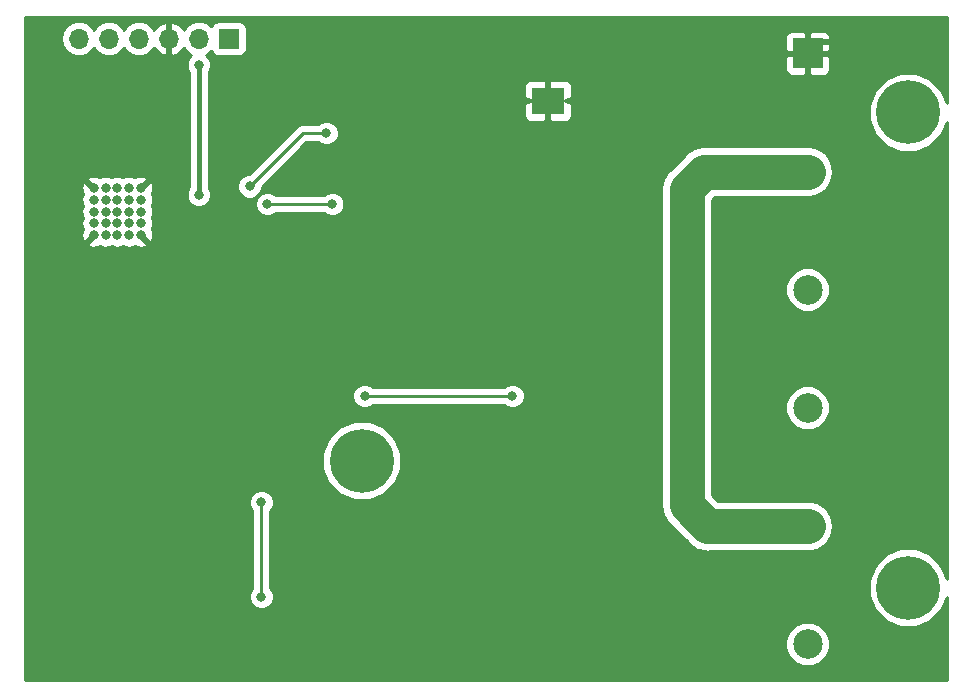
<source format=gbr>
G04 #@! TF.GenerationSoftware,KiCad,Pcbnew,(5.0.1)-3*
G04 #@! TF.CreationDate,2018-11-25T21:54:18-05:00*
G04 #@! TF.ProjectId,ESP32 Windlass,45535033322057696E646C6173732E6B,rev?*
G04 #@! TF.SameCoordinates,Original*
G04 #@! TF.FileFunction,Copper,L2,Bot,Signal*
G04 #@! TF.FilePolarity,Positive*
%FSLAX46Y46*%
G04 Gerber Fmt 4.6, Leading zero omitted, Abs format (unit mm)*
G04 Created by KiCad (PCBNEW (5.0.1)-3) date 11/25/2018 9:54:18 PM*
%MOMM*%
%LPD*%
G01*
G04 APERTURE LIST*
G04 #@! TA.AperFunction,ComponentPad*
%ADD10C,1.524000*%
G04 #@! TD*
G04 #@! TA.AperFunction,ComponentPad*
%ADD11R,2.500000X2.500000*%
G04 #@! TD*
G04 #@! TA.AperFunction,ComponentPad*
%ADD12C,2.500000*%
G04 #@! TD*
G04 #@! TA.AperFunction,ComponentPad*
%ADD13R,1.700000X1.700000*%
G04 #@! TD*
G04 #@! TA.AperFunction,ComponentPad*
%ADD14O,1.700000X1.700000*%
G04 #@! TD*
G04 #@! TA.AperFunction,ComponentPad*
%ADD15C,0.800000*%
G04 #@! TD*
G04 #@! TA.AperFunction,ComponentPad*
%ADD16C,0.600000*%
G04 #@! TD*
G04 #@! TA.AperFunction,Conductor*
%ADD17R,2.800000X2.300000*%
G04 #@! TD*
G04 #@! TA.AperFunction,ComponentPad*
%ADD18C,5.400000*%
G04 #@! TD*
G04 #@! TA.AperFunction,ViaPad*
%ADD19C,0.800000*%
G04 #@! TD*
G04 #@! TA.AperFunction,Conductor*
%ADD20C,0.400000*%
G04 #@! TD*
G04 #@! TA.AperFunction,Conductor*
%ADD21C,0.500000*%
G04 #@! TD*
G04 #@! TA.AperFunction,Conductor*
%ADD22C,0.250000*%
G04 #@! TD*
G04 #@! TA.AperFunction,Conductor*
%ADD23C,3.000000*%
G04 #@! TD*
G04 #@! TA.AperFunction,Conductor*
%ADD24C,0.254000*%
G04 #@! TD*
G04 APERTURE END LIST*
D10*
G04 #@! TO.P,U1,15*
G04 #@! TO.N,+12V*
X176615000Y-68730000D03*
X177885000Y-68730000D03*
X177250000Y-70000000D03*
X176615000Y-71270000D03*
X177885000Y-71270000D03*
G04 #@! TD*
G04 #@! TO.P,U2,15*
G04 #@! TO.N,+12V*
X176615000Y-85730000D03*
X177250000Y-87000000D03*
X176615000Y-88270000D03*
X177885000Y-85730000D03*
X177885000Y-88270000D03*
G04 #@! TD*
D11*
G04 #@! TO.P,J2,1*
G04 #@! TO.N,GND*
X187500000Y-53750000D03*
D12*
G04 #@! TO.P,J2,2*
G04 #@! TO.N,+12V*
X187500000Y-63750000D03*
G04 #@! TO.P,J2,3*
G04 #@! TO.N,/CH1_LOAD*
X187500000Y-73750000D03*
G04 #@! TO.P,J2,4*
G04 #@! TO.N,/CH2_LOAD*
X187500000Y-83750000D03*
G04 #@! TO.P,J2,5*
G04 #@! TO.N,+12V*
X187500000Y-93750000D03*
G04 #@! TO.P,J2,6*
G04 #@! TO.N,/COUNTER_IN*
X187500000Y-103750000D03*
G04 #@! TD*
D13*
G04 #@! TO.P,J1,1*
G04 #@! TO.N,/IO0*
X138500000Y-52500000D03*
D14*
G04 #@! TO.P,J1,2*
G04 #@! TO.N,/PROG_RST*
X135960000Y-52500000D03*
G04 #@! TO.P,J1,3*
G04 #@! TO.N,GND*
X133420000Y-52500000D03*
G04 #@! TO.P,J1,4*
G04 #@! TO.N,/RX0*
X130880000Y-52500000D03*
G04 #@! TO.P,J1,5*
G04 #@! TO.N,/TX0*
X128340000Y-52500000D03*
G04 #@! TO.P,J1,6*
G04 #@! TO.N,/USB_VBUS*
X125800000Y-52500000D03*
G04 #@! TD*
D15*
G04 #@! TO.P,U3,39*
G04 #@! TO.N,GND*
X127070000Y-65150000D03*
X128070000Y-65150000D03*
X129070000Y-65150000D03*
X130070000Y-65150000D03*
X131070000Y-65150000D03*
X127070000Y-67150000D03*
X128070000Y-67150000D03*
X129070000Y-67150000D03*
X130070000Y-67150000D03*
X131070000Y-67150000D03*
X131070000Y-66150000D03*
X130070000Y-66150000D03*
X129070000Y-66150000D03*
X128070000Y-66150000D03*
X127070000Y-66150000D03*
X127070000Y-68150000D03*
X128070000Y-68150000D03*
X129070000Y-68150000D03*
X130070000Y-68150000D03*
X131070000Y-68150000D03*
X131070000Y-69150000D03*
X130070000Y-69150000D03*
X129070000Y-69150000D03*
X128070000Y-69150000D03*
X127070000Y-69150000D03*
G04 #@! TD*
D16*
G04 #@! TO.P,U5,11*
G04 #@! TO.N,GND*
X166250000Y-57250000D03*
X165500000Y-57750000D03*
X164750000Y-57250000D03*
X164750000Y-58250000D03*
X166250000Y-58250000D03*
D17*
G04 #@! TD*
G04 #@! TO.N,GND*
G04 #@! TO.C,U5*
X165500000Y-57750000D03*
D15*
G04 #@! TO.P,,1*
G04 #@! TO.N,N/C*
X197431891Y-97568109D03*
X196000000Y-96975000D03*
X194568109Y-97568109D03*
X193975000Y-99000000D03*
X194568109Y-100431891D03*
X196000000Y-101025000D03*
X197431891Y-100431891D03*
X198025000Y-99000000D03*
D18*
X196000000Y-99000000D03*
G04 #@! TD*
D15*
G04 #@! TO.P,REF\002A\002A,1*
G04 #@! TO.N,N/C*
X197431891Y-57318109D03*
X196000000Y-56725000D03*
X194568109Y-57318109D03*
X193975000Y-58750000D03*
X194568109Y-60181891D03*
X196000000Y-60775000D03*
X197431891Y-60181891D03*
X198025000Y-58750000D03*
D18*
X196000000Y-58750000D03*
G04 #@! TD*
D15*
G04 #@! TO.P,REF\002A\002A,1*
G04 #@! TO.N,N/C*
X151181891Y-86818109D03*
X149750000Y-86225000D03*
X148318109Y-86818109D03*
X147725000Y-88250000D03*
X148318109Y-89681891D03*
X149750000Y-90275000D03*
X151181891Y-89681891D03*
X151775000Y-88250000D03*
D18*
X149750000Y-88250000D03*
G04 #@! TD*
D19*
G04 #@! TO.N,/PROG_RST*
X135960000Y-65710000D03*
X135960000Y-54710000D03*
G04 #@! TO.N,GND*
X157250000Y-72250000D03*
X122250000Y-60500000D03*
X127500000Y-97000000D03*
X140000000Y-73000000D03*
X171000000Y-63750000D03*
X158000000Y-96500000D03*
X175500000Y-100500000D03*
X160500000Y-68500000D03*
X171250000Y-77500000D03*
X171000000Y-80500000D03*
X170750000Y-74000000D03*
X159500000Y-91250000D03*
X171000000Y-90750000D03*
X169500000Y-95750000D03*
X182750000Y-77750000D03*
X168500000Y-57750000D03*
X123500000Y-91250000D03*
X182750000Y-76750000D03*
X182750000Y-79500000D03*
X182750000Y-80500000D03*
X162000000Y-78500000D03*
G04 #@! TO.N,/CH2_EN*
X162500000Y-82750000D03*
G04 #@! TO.N,+3V3*
X146750000Y-60500000D03*
X140250000Y-65000000D03*
G04 #@! TO.N,GND*
X155500000Y-57750000D03*
X153500000Y-60500000D03*
X142750000Y-85000000D03*
X122160000Y-73340000D03*
X125737500Y-84987500D03*
X123237500Y-84987500D03*
G04 #@! TO.N,/CH2_EN*
X150000000Y-82750000D03*
G04 #@! TO.N,/CH1_EN*
X147250000Y-66500000D03*
X141750000Y-66500000D03*
G04 #@! TO.N,/COUNTER*
X141250000Y-99750000D03*
X141250000Y-91750000D03*
G04 #@! TD*
D20*
G04 #@! TO.N,/PROG_RST*
X135960000Y-65710000D02*
X135960000Y-65710000D01*
X135960000Y-54710000D02*
X135960000Y-65710000D01*
D21*
G04 #@! TO.N,GND*
X189500000Y-52750000D02*
X191750000Y-55000000D01*
X187750000Y-52750000D02*
X189500000Y-52750000D01*
X191750000Y-55000000D02*
X191750000Y-75500000D01*
X191750000Y-75500000D02*
X189750000Y-77500000D01*
X189750000Y-77500000D02*
X184000000Y-77500000D01*
X184000000Y-77500000D02*
X184000000Y-77500000D01*
D22*
G04 #@! TO.N,/CH2_EN*
X162500000Y-82750000D02*
X158750000Y-82750000D01*
X158750000Y-82750000D02*
X158750000Y-82750000D01*
G04 #@! TO.N,+3V3*
X146750000Y-60500000D02*
X144750000Y-60500000D01*
X144750000Y-60500000D02*
X140250000Y-65000000D01*
X140250000Y-65000000D02*
X140250000Y-65000000D01*
G04 #@! TO.N,/CH2_EN*
X158750000Y-82750000D02*
X150000000Y-82750000D01*
X150000000Y-82750000D02*
X150000000Y-82750000D01*
G04 #@! TO.N,/CH1_EN*
X147250000Y-66500000D02*
X141750000Y-66500000D01*
X141750000Y-66500000D02*
X141750000Y-66500000D01*
D23*
G04 #@! TO.N,+12V*
X177250000Y-68000000D02*
X177250000Y-70000000D01*
X177250000Y-65250000D02*
X177250000Y-68000000D01*
X187500000Y-63750000D02*
X178750000Y-63750000D01*
X178750000Y-63750000D02*
X177250000Y-65250000D01*
X177250000Y-70000000D02*
X177250000Y-87000000D01*
X177250000Y-92000000D02*
X179000000Y-93750000D01*
X177250000Y-87000000D02*
X177250000Y-92000000D01*
X179000000Y-93750000D02*
X187500000Y-93750000D01*
D22*
G04 #@! TO.N,/COUNTER*
X141250000Y-99750000D02*
X141250000Y-91750000D01*
X141250000Y-91750000D02*
X141250000Y-91750000D01*
G04 #@! TD*
D24*
G04 #@! TO.N,GND*
G36*
X199290000Y-57977988D02*
X198827277Y-56860874D01*
X197889126Y-55922723D01*
X196663373Y-55415000D01*
X195336627Y-55415000D01*
X194110874Y-55922723D01*
X193172723Y-56860874D01*
X192665000Y-58086627D01*
X192665000Y-59413373D01*
X193172723Y-60639126D01*
X194110874Y-61577277D01*
X195336627Y-62085000D01*
X196663373Y-62085000D01*
X197889126Y-61577277D01*
X198827277Y-60639126D01*
X199290000Y-59522012D01*
X199290001Y-98227989D01*
X198827277Y-97110874D01*
X197889126Y-96172723D01*
X196663373Y-95665000D01*
X195336627Y-95665000D01*
X194110874Y-96172723D01*
X193172723Y-97110874D01*
X192665000Y-98336627D01*
X192665000Y-99663373D01*
X193172723Y-100889126D01*
X194110874Y-101827277D01*
X195336627Y-102335000D01*
X196663373Y-102335000D01*
X197889126Y-101827277D01*
X198827277Y-100889126D01*
X199290001Y-99772011D01*
X199290001Y-106790000D01*
X121210000Y-106790000D01*
X121210000Y-103375050D01*
X185615000Y-103375050D01*
X185615000Y-104124950D01*
X185901974Y-104817767D01*
X186432233Y-105348026D01*
X187125050Y-105635000D01*
X187874950Y-105635000D01*
X188567767Y-105348026D01*
X189098026Y-104817767D01*
X189385000Y-104124950D01*
X189385000Y-103375050D01*
X189098026Y-102682233D01*
X188567767Y-102151974D01*
X187874950Y-101865000D01*
X187125050Y-101865000D01*
X186432233Y-102151974D01*
X185901974Y-102682233D01*
X185615000Y-103375050D01*
X121210000Y-103375050D01*
X121210000Y-91544126D01*
X140215000Y-91544126D01*
X140215000Y-91955874D01*
X140372569Y-92336280D01*
X140490001Y-92453712D01*
X140490000Y-99046289D01*
X140372569Y-99163720D01*
X140215000Y-99544126D01*
X140215000Y-99955874D01*
X140372569Y-100336280D01*
X140663720Y-100627431D01*
X141044126Y-100785000D01*
X141455874Y-100785000D01*
X141836280Y-100627431D01*
X142127431Y-100336280D01*
X142285000Y-99955874D01*
X142285000Y-99544126D01*
X142127431Y-99163720D01*
X142010000Y-99046289D01*
X142010000Y-92453711D01*
X142127431Y-92336280D01*
X142285000Y-91955874D01*
X142285000Y-91544126D01*
X142127431Y-91163720D01*
X141836280Y-90872569D01*
X141455874Y-90715000D01*
X141044126Y-90715000D01*
X140663720Y-90872569D01*
X140372569Y-91163720D01*
X140215000Y-91544126D01*
X121210000Y-91544126D01*
X121210000Y-87586627D01*
X146415000Y-87586627D01*
X146415000Y-88913373D01*
X146922723Y-90139126D01*
X147860874Y-91077277D01*
X149086627Y-91585000D01*
X150413373Y-91585000D01*
X151639126Y-91077277D01*
X152577277Y-90139126D01*
X153085000Y-88913373D01*
X153085000Y-87586627D01*
X152577277Y-86360874D01*
X151639126Y-85422723D01*
X150413373Y-84915000D01*
X149086627Y-84915000D01*
X147860874Y-85422723D01*
X146922723Y-86360874D01*
X146415000Y-87586627D01*
X121210000Y-87586627D01*
X121210000Y-82544126D01*
X148965000Y-82544126D01*
X148965000Y-82955874D01*
X149122569Y-83336280D01*
X149413720Y-83627431D01*
X149794126Y-83785000D01*
X150205874Y-83785000D01*
X150586280Y-83627431D01*
X150703711Y-83510000D01*
X161796289Y-83510000D01*
X161913720Y-83627431D01*
X162294126Y-83785000D01*
X162705874Y-83785000D01*
X163086280Y-83627431D01*
X163377431Y-83336280D01*
X163535000Y-82955874D01*
X163535000Y-82544126D01*
X163377431Y-82163720D01*
X163086280Y-81872569D01*
X162705874Y-81715000D01*
X162294126Y-81715000D01*
X161913720Y-81872569D01*
X161796289Y-81990000D01*
X150703711Y-81990000D01*
X150586280Y-81872569D01*
X150205874Y-81715000D01*
X149794126Y-81715000D01*
X149413720Y-81872569D01*
X149122569Y-82163720D01*
X148965000Y-82544126D01*
X121210000Y-82544126D01*
X121210000Y-65028931D01*
X126021691Y-65028931D01*
X126055158Y-65439318D01*
X126143103Y-65651635D01*
X126021691Y-66028931D01*
X126055158Y-66439318D01*
X126143103Y-66651635D01*
X126021691Y-67028931D01*
X126055158Y-67439318D01*
X126143103Y-67651635D01*
X126021691Y-68028931D01*
X126055158Y-68439318D01*
X126143103Y-68651635D01*
X126021691Y-69028931D01*
X126055158Y-69439318D01*
X126147820Y-69663023D01*
X126352650Y-69687745D01*
X126868098Y-69172297D01*
X126948931Y-69198309D01*
X127034932Y-69191296D01*
X127048005Y-69351600D01*
X126532255Y-69867350D01*
X126556977Y-70072180D01*
X126948931Y-70198309D01*
X127359318Y-70164842D01*
X127571635Y-70076897D01*
X127948931Y-70198309D01*
X128359318Y-70164842D01*
X128571635Y-70076897D01*
X128948931Y-70198309D01*
X129359318Y-70164842D01*
X129571635Y-70076897D01*
X129948931Y-70198309D01*
X130359318Y-70164842D01*
X130571635Y-70076897D01*
X130948931Y-70198309D01*
X131359318Y-70164842D01*
X131583023Y-70072180D01*
X131607745Y-69867350D01*
X131092297Y-69351902D01*
X131118309Y-69271069D01*
X131111296Y-69185068D01*
X131271600Y-69171995D01*
X131787350Y-69687745D01*
X131992180Y-69663023D01*
X132118309Y-69271069D01*
X132084842Y-68860682D01*
X131996897Y-68648365D01*
X132118309Y-68271069D01*
X132084842Y-67860682D01*
X131996897Y-67648365D01*
X132118309Y-67271069D01*
X132084842Y-66860682D01*
X131996897Y-66648365D01*
X132118309Y-66271069D01*
X132084842Y-65860682D01*
X131996897Y-65648365D01*
X132118309Y-65271069D01*
X132084842Y-64860682D01*
X131992180Y-64636977D01*
X131787350Y-64612255D01*
X131271902Y-65127703D01*
X131191069Y-65101691D01*
X131105068Y-65108704D01*
X131091995Y-64948400D01*
X131607745Y-64432650D01*
X131583023Y-64227820D01*
X131191069Y-64101691D01*
X130780682Y-64135158D01*
X130568365Y-64223103D01*
X130191069Y-64101691D01*
X129780682Y-64135158D01*
X129568365Y-64223103D01*
X129191069Y-64101691D01*
X128780682Y-64135158D01*
X128568365Y-64223103D01*
X128191069Y-64101691D01*
X127780682Y-64135158D01*
X127568365Y-64223103D01*
X127191069Y-64101691D01*
X126780682Y-64135158D01*
X126556977Y-64227820D01*
X126532255Y-64432650D01*
X127047703Y-64948098D01*
X127021691Y-65028931D01*
X127028704Y-65114932D01*
X126868400Y-65128005D01*
X126352650Y-64612255D01*
X126147820Y-64636977D01*
X126021691Y-65028931D01*
X121210000Y-65028931D01*
X121210000Y-52500000D01*
X124285908Y-52500000D01*
X124401161Y-53079418D01*
X124729375Y-53570625D01*
X125220582Y-53898839D01*
X125653744Y-53985000D01*
X125946256Y-53985000D01*
X126379418Y-53898839D01*
X126870625Y-53570625D01*
X127070000Y-53272239D01*
X127269375Y-53570625D01*
X127760582Y-53898839D01*
X128193744Y-53985000D01*
X128486256Y-53985000D01*
X128919418Y-53898839D01*
X129410625Y-53570625D01*
X129610000Y-53272239D01*
X129809375Y-53570625D01*
X130300582Y-53898839D01*
X130733744Y-53985000D01*
X131026256Y-53985000D01*
X131459418Y-53898839D01*
X131950625Y-53570625D01*
X132163843Y-53251522D01*
X132224817Y-53381358D01*
X132653076Y-53771645D01*
X133063110Y-53941476D01*
X133293000Y-53820155D01*
X133293000Y-52627000D01*
X133273000Y-52627000D01*
X133273000Y-52373000D01*
X133293000Y-52373000D01*
X133293000Y-51179845D01*
X133547000Y-51179845D01*
X133547000Y-52373000D01*
X133567000Y-52373000D01*
X133567000Y-52627000D01*
X133547000Y-52627000D01*
X133547000Y-53820155D01*
X133776890Y-53941476D01*
X134186924Y-53771645D01*
X134615183Y-53381358D01*
X134676157Y-53251522D01*
X134889375Y-53570625D01*
X135336743Y-53869546D01*
X135082569Y-54123720D01*
X134925000Y-54504126D01*
X134925000Y-54915874D01*
X135082569Y-55296280D01*
X135125000Y-55338711D01*
X135125001Y-65081288D01*
X135082569Y-65123720D01*
X134925000Y-65504126D01*
X134925000Y-65915874D01*
X135082569Y-66296280D01*
X135373720Y-66587431D01*
X135754126Y-66745000D01*
X136165874Y-66745000D01*
X136546280Y-66587431D01*
X136837431Y-66296280D01*
X136838323Y-66294126D01*
X140715000Y-66294126D01*
X140715000Y-66705874D01*
X140872569Y-67086280D01*
X141163720Y-67377431D01*
X141544126Y-67535000D01*
X141955874Y-67535000D01*
X142336280Y-67377431D01*
X142453711Y-67260000D01*
X146546289Y-67260000D01*
X146663720Y-67377431D01*
X147044126Y-67535000D01*
X147455874Y-67535000D01*
X147836280Y-67377431D01*
X148127431Y-67086280D01*
X148285000Y-66705874D01*
X148285000Y-66294126D01*
X148127431Y-65913720D01*
X147836280Y-65622569D01*
X147455874Y-65465000D01*
X147044126Y-65465000D01*
X146663720Y-65622569D01*
X146546289Y-65740000D01*
X142453711Y-65740000D01*
X142336280Y-65622569D01*
X141955874Y-65465000D01*
X141544126Y-65465000D01*
X141163720Y-65622569D01*
X140872569Y-65913720D01*
X140715000Y-66294126D01*
X136838323Y-66294126D01*
X136995000Y-65915874D01*
X136995000Y-65504126D01*
X136837431Y-65123720D01*
X136795000Y-65081289D01*
X136795000Y-64794126D01*
X139215000Y-64794126D01*
X139215000Y-65205874D01*
X139372569Y-65586280D01*
X139663720Y-65877431D01*
X140044126Y-66035000D01*
X140455874Y-66035000D01*
X140836280Y-65877431D01*
X141127431Y-65586280D01*
X141266722Y-65250000D01*
X175073174Y-65250000D01*
X175115000Y-65460275D01*
X175115000Y-69789722D01*
X175115001Y-86789717D01*
X175115000Y-86789722D01*
X175115001Y-91789721D01*
X175073174Y-92000000D01*
X175238874Y-92833035D01*
X175238875Y-92833036D01*
X175710752Y-93539249D01*
X175889017Y-93658362D01*
X177341638Y-95110984D01*
X177460751Y-95289249D01*
X178166964Y-95761126D01*
X178789721Y-95885000D01*
X178789725Y-95885000D01*
X179000000Y-95926826D01*
X179210275Y-95885000D01*
X187710279Y-95885000D01*
X188333036Y-95761126D01*
X189039249Y-95289249D01*
X189511126Y-94583036D01*
X189676827Y-93750000D01*
X189511126Y-92916964D01*
X189039249Y-92210751D01*
X188333036Y-91738874D01*
X187710279Y-91615000D01*
X179884346Y-91615000D01*
X179385000Y-91115655D01*
X179385000Y-83375050D01*
X185615000Y-83375050D01*
X185615000Y-84124950D01*
X185901974Y-84817767D01*
X186432233Y-85348026D01*
X187125050Y-85635000D01*
X187874950Y-85635000D01*
X188567767Y-85348026D01*
X189098026Y-84817767D01*
X189385000Y-84124950D01*
X189385000Y-83375050D01*
X189098026Y-82682233D01*
X188567767Y-82151974D01*
X187874950Y-81865000D01*
X187125050Y-81865000D01*
X186432233Y-82151974D01*
X185901974Y-82682233D01*
X185615000Y-83375050D01*
X179385000Y-83375050D01*
X179385000Y-73375050D01*
X185615000Y-73375050D01*
X185615000Y-74124950D01*
X185901974Y-74817767D01*
X186432233Y-75348026D01*
X187125050Y-75635000D01*
X187874950Y-75635000D01*
X188567767Y-75348026D01*
X189098026Y-74817767D01*
X189385000Y-74124950D01*
X189385000Y-73375050D01*
X189098026Y-72682233D01*
X188567767Y-72151974D01*
X187874950Y-71865000D01*
X187125050Y-71865000D01*
X186432233Y-72151974D01*
X185901974Y-72682233D01*
X185615000Y-73375050D01*
X179385000Y-73375050D01*
X179385000Y-66134345D01*
X179634346Y-65885000D01*
X187710279Y-65885000D01*
X188333036Y-65761126D01*
X189039249Y-65289249D01*
X189511126Y-64583036D01*
X189676827Y-63750000D01*
X189511126Y-62916964D01*
X189039249Y-62210751D01*
X188333036Y-61738874D01*
X187710279Y-61615000D01*
X178960273Y-61615000D01*
X178749999Y-61573174D01*
X178539726Y-61615000D01*
X178539721Y-61615000D01*
X177916964Y-61738874D01*
X177210751Y-62210751D01*
X177091638Y-62389017D01*
X175889019Y-63591636D01*
X175710751Y-63710751D01*
X175238874Y-64416965D01*
X175115000Y-65039722D01*
X175115000Y-65039725D01*
X175073174Y-65250000D01*
X141266722Y-65250000D01*
X141285000Y-65205874D01*
X141285000Y-65039801D01*
X145064802Y-61260000D01*
X146046289Y-61260000D01*
X146163720Y-61377431D01*
X146544126Y-61535000D01*
X146955874Y-61535000D01*
X147336280Y-61377431D01*
X147627431Y-61086280D01*
X147785000Y-60705874D01*
X147785000Y-60294126D01*
X147627431Y-59913720D01*
X147336280Y-59622569D01*
X146955874Y-59465000D01*
X146544126Y-59465000D01*
X146163720Y-59622569D01*
X146046289Y-59740000D01*
X144824846Y-59740000D01*
X144749999Y-59725112D01*
X144675152Y-59740000D01*
X144675148Y-59740000D01*
X144453463Y-59784096D01*
X144202071Y-59952071D01*
X144159671Y-60015527D01*
X140210199Y-63965000D01*
X140044126Y-63965000D01*
X139663720Y-64122569D01*
X139372569Y-64413720D01*
X139215000Y-64794126D01*
X136795000Y-64794126D01*
X136795000Y-56473691D01*
X163465000Y-56473691D01*
X163465000Y-57464250D01*
X163623750Y-57623000D01*
X163878001Y-57623000D01*
X163910975Y-57702607D01*
X164030500Y-57710108D01*
X164070392Y-57750000D01*
X164030500Y-57789892D01*
X163910975Y-57797393D01*
X163886493Y-57877000D01*
X163623750Y-57877000D01*
X163465000Y-58035750D01*
X163465000Y-59026309D01*
X163561673Y-59259698D01*
X163740301Y-59438327D01*
X163973690Y-59535000D01*
X165214250Y-59535000D01*
X165373000Y-59376250D01*
X165373000Y-58693395D01*
X165394424Y-58714819D01*
X165500000Y-58708194D01*
X165605576Y-58714819D01*
X165627000Y-58693395D01*
X165627000Y-59376250D01*
X165785750Y-59535000D01*
X167026310Y-59535000D01*
X167259699Y-59438327D01*
X167438327Y-59259698D01*
X167535000Y-59026309D01*
X167535000Y-58035750D01*
X167376250Y-57877000D01*
X167121999Y-57877000D01*
X167089025Y-57797393D01*
X166969500Y-57789892D01*
X166929608Y-57750000D01*
X166969500Y-57710108D01*
X167089025Y-57702607D01*
X167113507Y-57623000D01*
X167376250Y-57623000D01*
X167535000Y-57464250D01*
X167535000Y-56473691D01*
X167438327Y-56240302D01*
X167259699Y-56061673D01*
X167026310Y-55965000D01*
X165785750Y-55965000D01*
X165627000Y-56123750D01*
X165627000Y-56806605D01*
X165605576Y-56785181D01*
X165500000Y-56791806D01*
X165394424Y-56785181D01*
X165373000Y-56806605D01*
X165373000Y-56123750D01*
X165214250Y-55965000D01*
X163973690Y-55965000D01*
X163740301Y-56061673D01*
X163561673Y-56240302D01*
X163465000Y-56473691D01*
X136795000Y-56473691D01*
X136795000Y-55338711D01*
X136837431Y-55296280D01*
X136995000Y-54915874D01*
X136995000Y-54504126D01*
X136837431Y-54123720D01*
X136749461Y-54035750D01*
X185615000Y-54035750D01*
X185615000Y-55126309D01*
X185711673Y-55359698D01*
X185890301Y-55538327D01*
X186123690Y-55635000D01*
X187214250Y-55635000D01*
X187373000Y-55476250D01*
X187373000Y-53877000D01*
X187627000Y-53877000D01*
X187627000Y-55476250D01*
X187785750Y-55635000D01*
X188876310Y-55635000D01*
X189109699Y-55538327D01*
X189288327Y-55359698D01*
X189385000Y-55126309D01*
X189385000Y-54035750D01*
X189226250Y-53877000D01*
X187627000Y-53877000D01*
X187373000Y-53877000D01*
X185773750Y-53877000D01*
X185615000Y-54035750D01*
X136749461Y-54035750D01*
X136583257Y-53869546D01*
X137030625Y-53570625D01*
X137042816Y-53552381D01*
X137051843Y-53597765D01*
X137192191Y-53807809D01*
X137402235Y-53948157D01*
X137650000Y-53997440D01*
X139350000Y-53997440D01*
X139597765Y-53948157D01*
X139807809Y-53807809D01*
X139948157Y-53597765D01*
X139997440Y-53350000D01*
X139997440Y-52373691D01*
X185615000Y-52373691D01*
X185615000Y-53464250D01*
X185773750Y-53623000D01*
X187373000Y-53623000D01*
X187373000Y-52023750D01*
X187627000Y-52023750D01*
X187627000Y-53623000D01*
X189226250Y-53623000D01*
X189385000Y-53464250D01*
X189385000Y-52373691D01*
X189288327Y-52140302D01*
X189109699Y-51961673D01*
X188876310Y-51865000D01*
X187785750Y-51865000D01*
X187627000Y-52023750D01*
X187373000Y-52023750D01*
X187214250Y-51865000D01*
X186123690Y-51865000D01*
X185890301Y-51961673D01*
X185711673Y-52140302D01*
X185615000Y-52373691D01*
X139997440Y-52373691D01*
X139997440Y-51650000D01*
X139948157Y-51402235D01*
X139807809Y-51192191D01*
X139597765Y-51051843D01*
X139350000Y-51002560D01*
X137650000Y-51002560D01*
X137402235Y-51051843D01*
X137192191Y-51192191D01*
X137051843Y-51402235D01*
X137042816Y-51447619D01*
X137030625Y-51429375D01*
X136539418Y-51101161D01*
X136106256Y-51015000D01*
X135813744Y-51015000D01*
X135380582Y-51101161D01*
X134889375Y-51429375D01*
X134676157Y-51748478D01*
X134615183Y-51618642D01*
X134186924Y-51228355D01*
X133776890Y-51058524D01*
X133547000Y-51179845D01*
X133293000Y-51179845D01*
X133063110Y-51058524D01*
X132653076Y-51228355D01*
X132224817Y-51618642D01*
X132163843Y-51748478D01*
X131950625Y-51429375D01*
X131459418Y-51101161D01*
X131026256Y-51015000D01*
X130733744Y-51015000D01*
X130300582Y-51101161D01*
X129809375Y-51429375D01*
X129610000Y-51727761D01*
X129410625Y-51429375D01*
X128919418Y-51101161D01*
X128486256Y-51015000D01*
X128193744Y-51015000D01*
X127760582Y-51101161D01*
X127269375Y-51429375D01*
X127070000Y-51727761D01*
X126870625Y-51429375D01*
X126379418Y-51101161D01*
X125946256Y-51015000D01*
X125653744Y-51015000D01*
X125220582Y-51101161D01*
X124729375Y-51429375D01*
X124401161Y-51920582D01*
X124285908Y-52500000D01*
X121210000Y-52500000D01*
X121210000Y-50710000D01*
X199290000Y-50710000D01*
X199290000Y-57977988D01*
X199290000Y-57977988D01*
G37*
X199290000Y-57977988D02*
X198827277Y-56860874D01*
X197889126Y-55922723D01*
X196663373Y-55415000D01*
X195336627Y-55415000D01*
X194110874Y-55922723D01*
X193172723Y-56860874D01*
X192665000Y-58086627D01*
X192665000Y-59413373D01*
X193172723Y-60639126D01*
X194110874Y-61577277D01*
X195336627Y-62085000D01*
X196663373Y-62085000D01*
X197889126Y-61577277D01*
X198827277Y-60639126D01*
X199290000Y-59522012D01*
X199290001Y-98227989D01*
X198827277Y-97110874D01*
X197889126Y-96172723D01*
X196663373Y-95665000D01*
X195336627Y-95665000D01*
X194110874Y-96172723D01*
X193172723Y-97110874D01*
X192665000Y-98336627D01*
X192665000Y-99663373D01*
X193172723Y-100889126D01*
X194110874Y-101827277D01*
X195336627Y-102335000D01*
X196663373Y-102335000D01*
X197889126Y-101827277D01*
X198827277Y-100889126D01*
X199290001Y-99772011D01*
X199290001Y-106790000D01*
X121210000Y-106790000D01*
X121210000Y-103375050D01*
X185615000Y-103375050D01*
X185615000Y-104124950D01*
X185901974Y-104817767D01*
X186432233Y-105348026D01*
X187125050Y-105635000D01*
X187874950Y-105635000D01*
X188567767Y-105348026D01*
X189098026Y-104817767D01*
X189385000Y-104124950D01*
X189385000Y-103375050D01*
X189098026Y-102682233D01*
X188567767Y-102151974D01*
X187874950Y-101865000D01*
X187125050Y-101865000D01*
X186432233Y-102151974D01*
X185901974Y-102682233D01*
X185615000Y-103375050D01*
X121210000Y-103375050D01*
X121210000Y-91544126D01*
X140215000Y-91544126D01*
X140215000Y-91955874D01*
X140372569Y-92336280D01*
X140490001Y-92453712D01*
X140490000Y-99046289D01*
X140372569Y-99163720D01*
X140215000Y-99544126D01*
X140215000Y-99955874D01*
X140372569Y-100336280D01*
X140663720Y-100627431D01*
X141044126Y-100785000D01*
X141455874Y-100785000D01*
X141836280Y-100627431D01*
X142127431Y-100336280D01*
X142285000Y-99955874D01*
X142285000Y-99544126D01*
X142127431Y-99163720D01*
X142010000Y-99046289D01*
X142010000Y-92453711D01*
X142127431Y-92336280D01*
X142285000Y-91955874D01*
X142285000Y-91544126D01*
X142127431Y-91163720D01*
X141836280Y-90872569D01*
X141455874Y-90715000D01*
X141044126Y-90715000D01*
X140663720Y-90872569D01*
X140372569Y-91163720D01*
X140215000Y-91544126D01*
X121210000Y-91544126D01*
X121210000Y-87586627D01*
X146415000Y-87586627D01*
X146415000Y-88913373D01*
X146922723Y-90139126D01*
X147860874Y-91077277D01*
X149086627Y-91585000D01*
X150413373Y-91585000D01*
X151639126Y-91077277D01*
X152577277Y-90139126D01*
X153085000Y-88913373D01*
X153085000Y-87586627D01*
X152577277Y-86360874D01*
X151639126Y-85422723D01*
X150413373Y-84915000D01*
X149086627Y-84915000D01*
X147860874Y-85422723D01*
X146922723Y-86360874D01*
X146415000Y-87586627D01*
X121210000Y-87586627D01*
X121210000Y-82544126D01*
X148965000Y-82544126D01*
X148965000Y-82955874D01*
X149122569Y-83336280D01*
X149413720Y-83627431D01*
X149794126Y-83785000D01*
X150205874Y-83785000D01*
X150586280Y-83627431D01*
X150703711Y-83510000D01*
X161796289Y-83510000D01*
X161913720Y-83627431D01*
X162294126Y-83785000D01*
X162705874Y-83785000D01*
X163086280Y-83627431D01*
X163377431Y-83336280D01*
X163535000Y-82955874D01*
X163535000Y-82544126D01*
X163377431Y-82163720D01*
X163086280Y-81872569D01*
X162705874Y-81715000D01*
X162294126Y-81715000D01*
X161913720Y-81872569D01*
X161796289Y-81990000D01*
X150703711Y-81990000D01*
X150586280Y-81872569D01*
X150205874Y-81715000D01*
X149794126Y-81715000D01*
X149413720Y-81872569D01*
X149122569Y-82163720D01*
X148965000Y-82544126D01*
X121210000Y-82544126D01*
X121210000Y-65028931D01*
X126021691Y-65028931D01*
X126055158Y-65439318D01*
X126143103Y-65651635D01*
X126021691Y-66028931D01*
X126055158Y-66439318D01*
X126143103Y-66651635D01*
X126021691Y-67028931D01*
X126055158Y-67439318D01*
X126143103Y-67651635D01*
X126021691Y-68028931D01*
X126055158Y-68439318D01*
X126143103Y-68651635D01*
X126021691Y-69028931D01*
X126055158Y-69439318D01*
X126147820Y-69663023D01*
X126352650Y-69687745D01*
X126868098Y-69172297D01*
X126948931Y-69198309D01*
X127034932Y-69191296D01*
X127048005Y-69351600D01*
X126532255Y-69867350D01*
X126556977Y-70072180D01*
X126948931Y-70198309D01*
X127359318Y-70164842D01*
X127571635Y-70076897D01*
X127948931Y-70198309D01*
X128359318Y-70164842D01*
X128571635Y-70076897D01*
X128948931Y-70198309D01*
X129359318Y-70164842D01*
X129571635Y-70076897D01*
X129948931Y-70198309D01*
X130359318Y-70164842D01*
X130571635Y-70076897D01*
X130948931Y-70198309D01*
X131359318Y-70164842D01*
X131583023Y-70072180D01*
X131607745Y-69867350D01*
X131092297Y-69351902D01*
X131118309Y-69271069D01*
X131111296Y-69185068D01*
X131271600Y-69171995D01*
X131787350Y-69687745D01*
X131992180Y-69663023D01*
X132118309Y-69271069D01*
X132084842Y-68860682D01*
X131996897Y-68648365D01*
X132118309Y-68271069D01*
X132084842Y-67860682D01*
X131996897Y-67648365D01*
X132118309Y-67271069D01*
X132084842Y-66860682D01*
X131996897Y-66648365D01*
X132118309Y-66271069D01*
X132084842Y-65860682D01*
X131996897Y-65648365D01*
X132118309Y-65271069D01*
X132084842Y-64860682D01*
X131992180Y-64636977D01*
X131787350Y-64612255D01*
X131271902Y-65127703D01*
X131191069Y-65101691D01*
X131105068Y-65108704D01*
X131091995Y-64948400D01*
X131607745Y-64432650D01*
X131583023Y-64227820D01*
X131191069Y-64101691D01*
X130780682Y-64135158D01*
X130568365Y-64223103D01*
X130191069Y-64101691D01*
X129780682Y-64135158D01*
X129568365Y-64223103D01*
X129191069Y-64101691D01*
X128780682Y-64135158D01*
X128568365Y-64223103D01*
X128191069Y-64101691D01*
X127780682Y-64135158D01*
X127568365Y-64223103D01*
X127191069Y-64101691D01*
X126780682Y-64135158D01*
X126556977Y-64227820D01*
X126532255Y-64432650D01*
X127047703Y-64948098D01*
X127021691Y-65028931D01*
X127028704Y-65114932D01*
X126868400Y-65128005D01*
X126352650Y-64612255D01*
X126147820Y-64636977D01*
X126021691Y-65028931D01*
X121210000Y-65028931D01*
X121210000Y-52500000D01*
X124285908Y-52500000D01*
X124401161Y-53079418D01*
X124729375Y-53570625D01*
X125220582Y-53898839D01*
X125653744Y-53985000D01*
X125946256Y-53985000D01*
X126379418Y-53898839D01*
X126870625Y-53570625D01*
X127070000Y-53272239D01*
X127269375Y-53570625D01*
X127760582Y-53898839D01*
X128193744Y-53985000D01*
X128486256Y-53985000D01*
X128919418Y-53898839D01*
X129410625Y-53570625D01*
X129610000Y-53272239D01*
X129809375Y-53570625D01*
X130300582Y-53898839D01*
X130733744Y-53985000D01*
X131026256Y-53985000D01*
X131459418Y-53898839D01*
X131950625Y-53570625D01*
X132163843Y-53251522D01*
X132224817Y-53381358D01*
X132653076Y-53771645D01*
X133063110Y-53941476D01*
X133293000Y-53820155D01*
X133293000Y-52627000D01*
X133273000Y-52627000D01*
X133273000Y-52373000D01*
X133293000Y-52373000D01*
X133293000Y-51179845D01*
X133547000Y-51179845D01*
X133547000Y-52373000D01*
X133567000Y-52373000D01*
X133567000Y-52627000D01*
X133547000Y-52627000D01*
X133547000Y-53820155D01*
X133776890Y-53941476D01*
X134186924Y-53771645D01*
X134615183Y-53381358D01*
X134676157Y-53251522D01*
X134889375Y-53570625D01*
X135336743Y-53869546D01*
X135082569Y-54123720D01*
X134925000Y-54504126D01*
X134925000Y-54915874D01*
X135082569Y-55296280D01*
X135125000Y-55338711D01*
X135125001Y-65081288D01*
X135082569Y-65123720D01*
X134925000Y-65504126D01*
X134925000Y-65915874D01*
X135082569Y-66296280D01*
X135373720Y-66587431D01*
X135754126Y-66745000D01*
X136165874Y-66745000D01*
X136546280Y-66587431D01*
X136837431Y-66296280D01*
X136838323Y-66294126D01*
X140715000Y-66294126D01*
X140715000Y-66705874D01*
X140872569Y-67086280D01*
X141163720Y-67377431D01*
X141544126Y-67535000D01*
X141955874Y-67535000D01*
X142336280Y-67377431D01*
X142453711Y-67260000D01*
X146546289Y-67260000D01*
X146663720Y-67377431D01*
X147044126Y-67535000D01*
X147455874Y-67535000D01*
X147836280Y-67377431D01*
X148127431Y-67086280D01*
X148285000Y-66705874D01*
X148285000Y-66294126D01*
X148127431Y-65913720D01*
X147836280Y-65622569D01*
X147455874Y-65465000D01*
X147044126Y-65465000D01*
X146663720Y-65622569D01*
X146546289Y-65740000D01*
X142453711Y-65740000D01*
X142336280Y-65622569D01*
X141955874Y-65465000D01*
X141544126Y-65465000D01*
X141163720Y-65622569D01*
X140872569Y-65913720D01*
X140715000Y-66294126D01*
X136838323Y-66294126D01*
X136995000Y-65915874D01*
X136995000Y-65504126D01*
X136837431Y-65123720D01*
X136795000Y-65081289D01*
X136795000Y-64794126D01*
X139215000Y-64794126D01*
X139215000Y-65205874D01*
X139372569Y-65586280D01*
X139663720Y-65877431D01*
X140044126Y-66035000D01*
X140455874Y-66035000D01*
X140836280Y-65877431D01*
X141127431Y-65586280D01*
X141266722Y-65250000D01*
X175073174Y-65250000D01*
X175115000Y-65460275D01*
X175115000Y-69789722D01*
X175115001Y-86789717D01*
X175115000Y-86789722D01*
X175115001Y-91789721D01*
X175073174Y-92000000D01*
X175238874Y-92833035D01*
X175238875Y-92833036D01*
X175710752Y-93539249D01*
X175889017Y-93658362D01*
X177341638Y-95110984D01*
X177460751Y-95289249D01*
X178166964Y-95761126D01*
X178789721Y-95885000D01*
X178789725Y-95885000D01*
X179000000Y-95926826D01*
X179210275Y-95885000D01*
X187710279Y-95885000D01*
X188333036Y-95761126D01*
X189039249Y-95289249D01*
X189511126Y-94583036D01*
X189676827Y-93750000D01*
X189511126Y-92916964D01*
X189039249Y-92210751D01*
X188333036Y-91738874D01*
X187710279Y-91615000D01*
X179884346Y-91615000D01*
X179385000Y-91115655D01*
X179385000Y-83375050D01*
X185615000Y-83375050D01*
X185615000Y-84124950D01*
X185901974Y-84817767D01*
X186432233Y-85348026D01*
X187125050Y-85635000D01*
X187874950Y-85635000D01*
X188567767Y-85348026D01*
X189098026Y-84817767D01*
X189385000Y-84124950D01*
X189385000Y-83375050D01*
X189098026Y-82682233D01*
X188567767Y-82151974D01*
X187874950Y-81865000D01*
X187125050Y-81865000D01*
X186432233Y-82151974D01*
X185901974Y-82682233D01*
X185615000Y-83375050D01*
X179385000Y-83375050D01*
X179385000Y-73375050D01*
X185615000Y-73375050D01*
X185615000Y-74124950D01*
X185901974Y-74817767D01*
X186432233Y-75348026D01*
X187125050Y-75635000D01*
X187874950Y-75635000D01*
X188567767Y-75348026D01*
X189098026Y-74817767D01*
X189385000Y-74124950D01*
X189385000Y-73375050D01*
X189098026Y-72682233D01*
X188567767Y-72151974D01*
X187874950Y-71865000D01*
X187125050Y-71865000D01*
X186432233Y-72151974D01*
X185901974Y-72682233D01*
X185615000Y-73375050D01*
X179385000Y-73375050D01*
X179385000Y-66134345D01*
X179634346Y-65885000D01*
X187710279Y-65885000D01*
X188333036Y-65761126D01*
X189039249Y-65289249D01*
X189511126Y-64583036D01*
X189676827Y-63750000D01*
X189511126Y-62916964D01*
X189039249Y-62210751D01*
X188333036Y-61738874D01*
X187710279Y-61615000D01*
X178960273Y-61615000D01*
X178749999Y-61573174D01*
X178539726Y-61615000D01*
X178539721Y-61615000D01*
X177916964Y-61738874D01*
X177210751Y-62210751D01*
X177091638Y-62389017D01*
X175889019Y-63591636D01*
X175710751Y-63710751D01*
X175238874Y-64416965D01*
X175115000Y-65039722D01*
X175115000Y-65039725D01*
X175073174Y-65250000D01*
X141266722Y-65250000D01*
X141285000Y-65205874D01*
X141285000Y-65039801D01*
X145064802Y-61260000D01*
X146046289Y-61260000D01*
X146163720Y-61377431D01*
X146544126Y-61535000D01*
X146955874Y-61535000D01*
X147336280Y-61377431D01*
X147627431Y-61086280D01*
X147785000Y-60705874D01*
X147785000Y-60294126D01*
X147627431Y-59913720D01*
X147336280Y-59622569D01*
X146955874Y-59465000D01*
X146544126Y-59465000D01*
X146163720Y-59622569D01*
X146046289Y-59740000D01*
X144824846Y-59740000D01*
X144749999Y-59725112D01*
X144675152Y-59740000D01*
X144675148Y-59740000D01*
X144453463Y-59784096D01*
X144202071Y-59952071D01*
X144159671Y-60015527D01*
X140210199Y-63965000D01*
X140044126Y-63965000D01*
X139663720Y-64122569D01*
X139372569Y-64413720D01*
X139215000Y-64794126D01*
X136795000Y-64794126D01*
X136795000Y-56473691D01*
X163465000Y-56473691D01*
X163465000Y-57464250D01*
X163623750Y-57623000D01*
X163878001Y-57623000D01*
X163910975Y-57702607D01*
X164030500Y-57710108D01*
X164070392Y-57750000D01*
X164030500Y-57789892D01*
X163910975Y-57797393D01*
X163886493Y-57877000D01*
X163623750Y-57877000D01*
X163465000Y-58035750D01*
X163465000Y-59026309D01*
X163561673Y-59259698D01*
X163740301Y-59438327D01*
X163973690Y-59535000D01*
X165214250Y-59535000D01*
X165373000Y-59376250D01*
X165373000Y-58693395D01*
X165394424Y-58714819D01*
X165500000Y-58708194D01*
X165605576Y-58714819D01*
X165627000Y-58693395D01*
X165627000Y-59376250D01*
X165785750Y-59535000D01*
X167026310Y-59535000D01*
X167259699Y-59438327D01*
X167438327Y-59259698D01*
X167535000Y-59026309D01*
X167535000Y-58035750D01*
X167376250Y-57877000D01*
X167121999Y-57877000D01*
X167089025Y-57797393D01*
X166969500Y-57789892D01*
X166929608Y-57750000D01*
X166969500Y-57710108D01*
X167089025Y-57702607D01*
X167113507Y-57623000D01*
X167376250Y-57623000D01*
X167535000Y-57464250D01*
X167535000Y-56473691D01*
X167438327Y-56240302D01*
X167259699Y-56061673D01*
X167026310Y-55965000D01*
X165785750Y-55965000D01*
X165627000Y-56123750D01*
X165627000Y-56806605D01*
X165605576Y-56785181D01*
X165500000Y-56791806D01*
X165394424Y-56785181D01*
X165373000Y-56806605D01*
X165373000Y-56123750D01*
X165214250Y-55965000D01*
X163973690Y-55965000D01*
X163740301Y-56061673D01*
X163561673Y-56240302D01*
X163465000Y-56473691D01*
X136795000Y-56473691D01*
X136795000Y-55338711D01*
X136837431Y-55296280D01*
X136995000Y-54915874D01*
X136995000Y-54504126D01*
X136837431Y-54123720D01*
X136749461Y-54035750D01*
X185615000Y-54035750D01*
X185615000Y-55126309D01*
X185711673Y-55359698D01*
X185890301Y-55538327D01*
X186123690Y-55635000D01*
X187214250Y-55635000D01*
X187373000Y-55476250D01*
X187373000Y-53877000D01*
X187627000Y-53877000D01*
X187627000Y-55476250D01*
X187785750Y-55635000D01*
X188876310Y-55635000D01*
X189109699Y-55538327D01*
X189288327Y-55359698D01*
X189385000Y-55126309D01*
X189385000Y-54035750D01*
X189226250Y-53877000D01*
X187627000Y-53877000D01*
X187373000Y-53877000D01*
X185773750Y-53877000D01*
X185615000Y-54035750D01*
X136749461Y-54035750D01*
X136583257Y-53869546D01*
X137030625Y-53570625D01*
X137042816Y-53552381D01*
X137051843Y-53597765D01*
X137192191Y-53807809D01*
X137402235Y-53948157D01*
X137650000Y-53997440D01*
X139350000Y-53997440D01*
X139597765Y-53948157D01*
X139807809Y-53807809D01*
X139948157Y-53597765D01*
X139997440Y-53350000D01*
X139997440Y-52373691D01*
X185615000Y-52373691D01*
X185615000Y-53464250D01*
X185773750Y-53623000D01*
X187373000Y-53623000D01*
X187373000Y-52023750D01*
X187627000Y-52023750D01*
X187627000Y-53623000D01*
X189226250Y-53623000D01*
X189385000Y-53464250D01*
X189385000Y-52373691D01*
X189288327Y-52140302D01*
X189109699Y-51961673D01*
X188876310Y-51865000D01*
X187785750Y-51865000D01*
X187627000Y-52023750D01*
X187373000Y-52023750D01*
X187214250Y-51865000D01*
X186123690Y-51865000D01*
X185890301Y-51961673D01*
X185711673Y-52140302D01*
X185615000Y-52373691D01*
X139997440Y-52373691D01*
X139997440Y-51650000D01*
X139948157Y-51402235D01*
X139807809Y-51192191D01*
X139597765Y-51051843D01*
X139350000Y-51002560D01*
X137650000Y-51002560D01*
X137402235Y-51051843D01*
X137192191Y-51192191D01*
X137051843Y-51402235D01*
X137042816Y-51447619D01*
X137030625Y-51429375D01*
X136539418Y-51101161D01*
X136106256Y-51015000D01*
X135813744Y-51015000D01*
X135380582Y-51101161D01*
X134889375Y-51429375D01*
X134676157Y-51748478D01*
X134615183Y-51618642D01*
X134186924Y-51228355D01*
X133776890Y-51058524D01*
X133547000Y-51179845D01*
X133293000Y-51179845D01*
X133063110Y-51058524D01*
X132653076Y-51228355D01*
X132224817Y-51618642D01*
X132163843Y-51748478D01*
X131950625Y-51429375D01*
X131459418Y-51101161D01*
X131026256Y-51015000D01*
X130733744Y-51015000D01*
X130300582Y-51101161D01*
X129809375Y-51429375D01*
X129610000Y-51727761D01*
X129410625Y-51429375D01*
X128919418Y-51101161D01*
X128486256Y-51015000D01*
X128193744Y-51015000D01*
X127760582Y-51101161D01*
X127269375Y-51429375D01*
X127070000Y-51727761D01*
X126870625Y-51429375D01*
X126379418Y-51101161D01*
X125946256Y-51015000D01*
X125653744Y-51015000D01*
X125220582Y-51101161D01*
X124729375Y-51429375D01*
X124401161Y-51920582D01*
X124285908Y-52500000D01*
X121210000Y-52500000D01*
X121210000Y-50710000D01*
X199290000Y-50710000D01*
X199290000Y-57977988D01*
G36*
X165530500Y-57710108D02*
X165570392Y-57750000D01*
X165530500Y-57789892D01*
X165500000Y-57791806D01*
X165469500Y-57789892D01*
X165429608Y-57750000D01*
X165469500Y-57710108D01*
X165500000Y-57708194D01*
X165530500Y-57710108D01*
X165530500Y-57710108D01*
G37*
X165530500Y-57710108D02*
X165570392Y-57750000D01*
X165530500Y-57789892D01*
X165500000Y-57791806D01*
X165469500Y-57789892D01*
X165429608Y-57750000D01*
X165469500Y-57710108D01*
X165500000Y-57708194D01*
X165530500Y-57710108D01*
G04 #@! TD*
M02*

</source>
